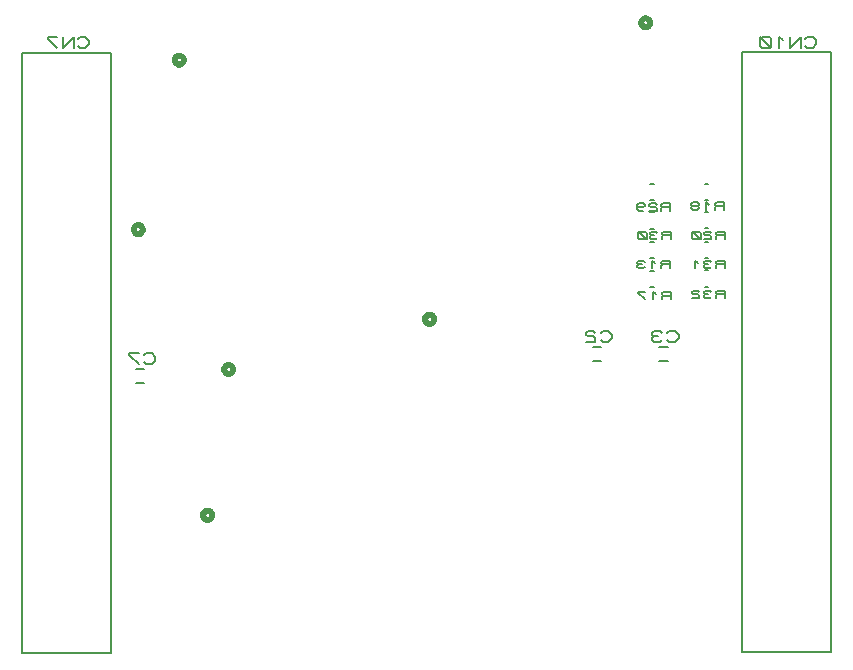
<source format=gbr>
G04 PROTEUS GERBER X2 FILE*
%TF.GenerationSoftware,Labcenter,Proteus,8.12-SP0-Build30713*%
%TF.CreationDate,2021-08-02T22:04:32+00:00*%
%TF.FileFunction,Legend,Bot*%
%TF.FilePolarity,Positive*%
%TF.Part,Single*%
%TF.SameCoordinates,{7b106f40-0859-4ec3-be3a-1bfa3638fa75}*%
%FSLAX45Y45*%
%MOMM*%
G01*
%TA.AperFunction,Material*%
%ADD30C,0.203200*%
%ADD32C,0.200000*%
%ADD34C,0.508000*%
%TD.AperFunction*%
D30*
X+6166000Y+50000D02*
X+6926000Y+50000D01*
X+6926000Y+5130000D01*
X+6166000Y+5130000D01*
X+6166000Y+50000D01*
X+6704750Y+5185880D02*
X+6720625Y+5170640D01*
X+6768250Y+5170640D01*
X+6800000Y+5201120D01*
X+6800000Y+5231600D01*
X+6768250Y+5262080D01*
X+6720625Y+5262080D01*
X+6704750Y+5246840D01*
X+6673000Y+5170640D02*
X+6673000Y+5262080D01*
X+6577750Y+5170640D01*
X+6577750Y+5262080D01*
X+6514250Y+5231600D02*
X+6482500Y+5262080D01*
X+6482500Y+5170640D01*
X+6419000Y+5185880D02*
X+6419000Y+5246840D01*
X+6403125Y+5262080D01*
X+6339625Y+5262080D01*
X+6323750Y+5246840D01*
X+6323750Y+5185880D01*
X+6339625Y+5170640D01*
X+6403125Y+5170640D01*
X+6419000Y+5185880D01*
X+6419000Y+5170640D02*
X+6323750Y+5262080D01*
D32*
X+5395000Y+3526327D02*
X+5425000Y+3526327D01*
X+5395000Y+3386327D02*
X+5425000Y+3386327D01*
D30*
X+5562400Y+3304647D02*
X+5562400Y+3365607D01*
X+5498900Y+3365607D01*
X+5486200Y+3355447D01*
X+5486200Y+3345287D01*
X+5498900Y+3335127D01*
X+5562400Y+3335127D01*
X+5498900Y+3335127D02*
X+5486200Y+3324967D01*
X+5486200Y+3304647D01*
X+5435400Y+3345287D02*
X+5410000Y+3365607D01*
X+5410000Y+3304647D01*
X+5346500Y+3355447D02*
X+5333800Y+3365607D01*
X+5295700Y+3365607D01*
X+5283000Y+3355447D01*
X+5283000Y+3345287D01*
X+5295700Y+3335127D01*
X+5283000Y+3324967D01*
X+5283000Y+3314807D01*
X+5295700Y+3304647D01*
X+5333800Y+3304647D01*
X+5346500Y+3314807D01*
X+5321100Y+3335127D02*
X+5295700Y+3335127D01*
D32*
X+5395000Y+3281327D02*
X+5425000Y+3281327D01*
X+5395000Y+3141327D02*
X+5425000Y+3141327D01*
D30*
X+5567400Y+3039647D02*
X+5567400Y+3100607D01*
X+5503900Y+3100607D01*
X+5491200Y+3090447D01*
X+5491200Y+3080287D01*
X+5503900Y+3070127D01*
X+5567400Y+3070127D01*
X+5503900Y+3070127D02*
X+5491200Y+3059967D01*
X+5491200Y+3039647D01*
X+5440400Y+3080287D02*
X+5415000Y+3100607D01*
X+5415000Y+3039647D01*
X+5351500Y+3100607D02*
X+5288000Y+3100607D01*
X+5288000Y+3090447D01*
X+5351500Y+3039647D01*
D32*
X+5395000Y+4016327D02*
X+5425000Y+4016327D01*
X+5395000Y+3876327D02*
X+5425000Y+3876327D01*
D30*
X+5562400Y+3789647D02*
X+5562400Y+3850607D01*
X+5498900Y+3850607D01*
X+5486200Y+3840447D01*
X+5486200Y+3830287D01*
X+5498900Y+3820127D01*
X+5562400Y+3820127D01*
X+5498900Y+3820127D02*
X+5486200Y+3809967D01*
X+5486200Y+3789647D01*
X+5448100Y+3840447D02*
X+5435400Y+3850607D01*
X+5397300Y+3850607D01*
X+5384600Y+3840447D01*
X+5384600Y+3830287D01*
X+5397300Y+3820127D01*
X+5435400Y+3820127D01*
X+5448100Y+3809967D01*
X+5448100Y+3789647D01*
X+5384600Y+3789647D01*
X+5283000Y+3830287D02*
X+5295700Y+3820127D01*
X+5333800Y+3820127D01*
X+5346500Y+3830287D01*
X+5346500Y+3840447D01*
X+5333800Y+3850607D01*
X+5295700Y+3850607D01*
X+5283000Y+3840447D01*
X+5283000Y+3799807D01*
X+5295700Y+3789647D01*
X+5333800Y+3789647D01*
D32*
X+5395000Y+3776327D02*
X+5425000Y+3776327D01*
X+5395000Y+3636327D02*
X+5425000Y+3636327D01*
D30*
X+5567400Y+3549647D02*
X+5567400Y+3610607D01*
X+5503900Y+3610607D01*
X+5491200Y+3600447D01*
X+5491200Y+3590287D01*
X+5503900Y+3580127D01*
X+5567400Y+3580127D01*
X+5503900Y+3580127D02*
X+5491200Y+3569967D01*
X+5491200Y+3549647D01*
X+5453100Y+3600447D02*
X+5440400Y+3610607D01*
X+5402300Y+3610607D01*
X+5389600Y+3600447D01*
X+5389600Y+3590287D01*
X+5402300Y+3580127D01*
X+5389600Y+3569967D01*
X+5389600Y+3559807D01*
X+5402300Y+3549647D01*
X+5440400Y+3549647D01*
X+5453100Y+3559807D01*
X+5427700Y+3580127D02*
X+5402300Y+3580127D01*
X+5364200Y+3559807D02*
X+5364200Y+3600447D01*
X+5351500Y+3610607D01*
X+5300700Y+3610607D01*
X+5288000Y+3600447D01*
X+5288000Y+3559807D01*
X+5300700Y+3549647D01*
X+5351500Y+3549647D01*
X+5364200Y+3559807D01*
X+5364200Y+3549647D02*
X+5288000Y+3610607D01*
D32*
X+5855000Y+4016327D02*
X+5885000Y+4016327D01*
X+5855000Y+3876327D02*
X+5885000Y+3876327D01*
D30*
X+6018792Y+3798255D02*
X+6018792Y+3859215D01*
X+5955292Y+3859215D01*
X+5942592Y+3849055D01*
X+5942592Y+3838895D01*
X+5955292Y+3828735D01*
X+6018792Y+3828735D01*
X+5955292Y+3828735D02*
X+5942592Y+3818575D01*
X+5942592Y+3798255D01*
X+5891792Y+3838895D02*
X+5866392Y+3859215D01*
X+5866392Y+3798255D01*
X+5790192Y+3828735D02*
X+5802892Y+3838895D01*
X+5802892Y+3849055D01*
X+5790192Y+3859215D01*
X+5752092Y+3859215D01*
X+5739392Y+3849055D01*
X+5739392Y+3838895D01*
X+5752092Y+3828735D01*
X+5790192Y+3828735D01*
X+5802892Y+3818575D01*
X+5802892Y+3808415D01*
X+5790192Y+3798255D01*
X+5752092Y+3798255D01*
X+5739392Y+3808415D01*
X+5739392Y+3818575D01*
X+5752092Y+3828735D01*
D32*
X+5855000Y+3781327D02*
X+5885000Y+3781327D01*
X+5855000Y+3641327D02*
X+5885000Y+3641327D01*
D30*
X+6022400Y+3549647D02*
X+6022400Y+3610607D01*
X+5958900Y+3610607D01*
X+5946200Y+3600447D01*
X+5946200Y+3590287D01*
X+5958900Y+3580127D01*
X+6022400Y+3580127D01*
X+5958900Y+3580127D02*
X+5946200Y+3569967D01*
X+5946200Y+3549647D01*
X+5908100Y+3600447D02*
X+5895400Y+3610607D01*
X+5857300Y+3610607D01*
X+5844600Y+3600447D01*
X+5844600Y+3590287D01*
X+5857300Y+3580127D01*
X+5895400Y+3580127D01*
X+5908100Y+3569967D01*
X+5908100Y+3549647D01*
X+5844600Y+3549647D01*
X+5819200Y+3559807D02*
X+5819200Y+3600447D01*
X+5806500Y+3610607D01*
X+5755700Y+3610607D01*
X+5743000Y+3600447D01*
X+5743000Y+3559807D01*
X+5755700Y+3549647D01*
X+5806500Y+3549647D01*
X+5819200Y+3559807D01*
X+5819200Y+3549647D02*
X+5743000Y+3610607D01*
D32*
X+5855000Y+3526327D02*
X+5885000Y+3526327D01*
X+5855000Y+3386327D02*
X+5885000Y+3386327D01*
D30*
X+6022400Y+3304647D02*
X+6022400Y+3365607D01*
X+5958900Y+3365607D01*
X+5946200Y+3355447D01*
X+5946200Y+3345287D01*
X+5958900Y+3335127D01*
X+6022400Y+3335127D01*
X+5958900Y+3335127D02*
X+5946200Y+3324967D01*
X+5946200Y+3304647D01*
X+5908100Y+3355447D02*
X+5895400Y+3365607D01*
X+5857300Y+3365607D01*
X+5844600Y+3355447D01*
X+5844600Y+3345287D01*
X+5857300Y+3335127D01*
X+5844600Y+3324967D01*
X+5844600Y+3314807D01*
X+5857300Y+3304647D01*
X+5895400Y+3304647D01*
X+5908100Y+3314807D01*
X+5882700Y+3335127D02*
X+5857300Y+3335127D01*
X+5793800Y+3345287D02*
X+5768400Y+3365607D01*
X+5768400Y+3304647D01*
D32*
X+5855000Y+3286327D02*
X+5885000Y+3286327D01*
X+5855000Y+3146327D02*
X+5885000Y+3146327D01*
D30*
X+6022400Y+3049647D02*
X+6022400Y+3110607D01*
X+5958900Y+3110607D01*
X+5946200Y+3100447D01*
X+5946200Y+3090287D01*
X+5958900Y+3080127D01*
X+6022400Y+3080127D01*
X+5958900Y+3080127D02*
X+5946200Y+3069967D01*
X+5946200Y+3049647D01*
X+5908100Y+3100447D02*
X+5895400Y+3110607D01*
X+5857300Y+3110607D01*
X+5844600Y+3100447D01*
X+5844600Y+3090287D01*
X+5857300Y+3080127D01*
X+5844600Y+3069967D01*
X+5844600Y+3059807D01*
X+5857300Y+3049647D01*
X+5895400Y+3049647D01*
X+5908100Y+3059807D01*
X+5882700Y+3080127D02*
X+5857300Y+3080127D01*
X+5806500Y+3100447D02*
X+5793800Y+3110607D01*
X+5755700Y+3110607D01*
X+5743000Y+3100447D01*
X+5743000Y+3090287D01*
X+5755700Y+3080127D01*
X+5793800Y+3080127D01*
X+5806500Y+3069967D01*
X+5806500Y+3049647D01*
X+5743000Y+3049647D01*
D34*
X+1443100Y+5064500D02*
X+1442969Y+5067658D01*
X+1441903Y+5073976D01*
X+1439672Y+5080294D01*
X+1436027Y+5086612D01*
X+1430452Y+5092851D01*
X+1424134Y+5097447D01*
X+1417816Y+5100380D01*
X+1411498Y+5102042D01*
X+1405180Y+5102600D01*
X+1405000Y+5102600D01*
X+1366900Y+5064500D02*
X+1367031Y+5067658D01*
X+1368097Y+5073976D01*
X+1370328Y+5080294D01*
X+1373973Y+5086612D01*
X+1379548Y+5092851D01*
X+1385866Y+5097447D01*
X+1392184Y+5100380D01*
X+1398502Y+5102042D01*
X+1404820Y+5102600D01*
X+1405000Y+5102600D01*
X+1366900Y+5064500D02*
X+1367031Y+5061342D01*
X+1368097Y+5055024D01*
X+1370328Y+5048706D01*
X+1373973Y+5042388D01*
X+1379548Y+5036149D01*
X+1385866Y+5031553D01*
X+1392184Y+5028620D01*
X+1398502Y+5026958D01*
X+1404820Y+5026400D01*
X+1405000Y+5026400D01*
X+1443100Y+5064500D02*
X+1442969Y+5061342D01*
X+1441903Y+5055024D01*
X+1439672Y+5048706D01*
X+1436027Y+5042388D01*
X+1430452Y+5036149D01*
X+1424134Y+5031553D01*
X+1417816Y+5028620D01*
X+1411498Y+5026958D01*
X+1405180Y+5026400D01*
X+1405000Y+5026400D01*
D30*
X+4976340Y+2638420D02*
X+4907760Y+2638420D01*
X+4976340Y+2516500D02*
X+4905220Y+2516500D01*
X+4975070Y+2694300D02*
X+4990945Y+2679060D01*
X+5038570Y+2679060D01*
X+5070320Y+2709540D01*
X+5070320Y+2740020D01*
X+5038570Y+2770500D01*
X+4990945Y+2770500D01*
X+4975070Y+2755260D01*
X+4927445Y+2755260D02*
X+4911570Y+2770500D01*
X+4863945Y+2770500D01*
X+4848070Y+2755260D01*
X+4848070Y+2740020D01*
X+4863945Y+2724780D01*
X+4911570Y+2724780D01*
X+4927445Y+2709540D01*
X+4927445Y+2679060D01*
X+4848070Y+2679060D01*
X+5539700Y+2638420D02*
X+5471120Y+2638420D01*
X+5539700Y+2516500D02*
X+5468580Y+2516500D01*
X+5538430Y+2694300D02*
X+5554305Y+2679060D01*
X+5601930Y+2679060D01*
X+5633680Y+2709540D01*
X+5633680Y+2740020D01*
X+5601930Y+2770500D01*
X+5554305Y+2770500D01*
X+5538430Y+2755260D01*
X+5490805Y+2755260D02*
X+5474930Y+2770500D01*
X+5427305Y+2770500D01*
X+5411430Y+2755260D01*
X+5411430Y+2740020D01*
X+5427305Y+2724780D01*
X+5411430Y+2709540D01*
X+5411430Y+2694300D01*
X+5427305Y+2679060D01*
X+5474930Y+2679060D01*
X+5490805Y+2694300D01*
X+5459055Y+2724780D02*
X+5427305Y+2724780D01*
X+1109700Y+2448420D02*
X+1041120Y+2448420D01*
X+1109700Y+2326500D02*
X+1038580Y+2326500D01*
X+1108430Y+2504300D02*
X+1124305Y+2489060D01*
X+1171930Y+2489060D01*
X+1203680Y+2519540D01*
X+1203680Y+2550020D01*
X+1171930Y+2580500D01*
X+1124305Y+2580500D01*
X+1108430Y+2565260D01*
X+1060805Y+2580500D02*
X+981430Y+2580500D01*
X+981430Y+2565260D01*
X+1060805Y+2489060D01*
D34*
X+1096656Y+3629056D02*
X+1096525Y+3632214D01*
X+1095459Y+3638532D01*
X+1093228Y+3644850D01*
X+1089583Y+3651168D01*
X+1084008Y+3657407D01*
X+1077690Y+3662003D01*
X+1071372Y+3664936D01*
X+1065054Y+3666598D01*
X+1058736Y+3667156D01*
X+1058556Y+3667156D01*
X+1020456Y+3629056D02*
X+1020587Y+3632214D01*
X+1021653Y+3638532D01*
X+1023884Y+3644850D01*
X+1027529Y+3651168D01*
X+1033104Y+3657407D01*
X+1039422Y+3662003D01*
X+1045740Y+3664936D01*
X+1052058Y+3666598D01*
X+1058376Y+3667156D01*
X+1058556Y+3667156D01*
X+1020456Y+3629056D02*
X+1020587Y+3625898D01*
X+1021653Y+3619580D01*
X+1023884Y+3613262D01*
X+1027529Y+3606944D01*
X+1033104Y+3600705D01*
X+1039422Y+3596109D01*
X+1045740Y+3593176D01*
X+1052058Y+3591514D01*
X+1058376Y+3590956D01*
X+1058556Y+3590956D01*
X+1096656Y+3629056D02*
X+1096525Y+3625898D01*
X+1095459Y+3619580D01*
X+1093228Y+3613262D01*
X+1089583Y+3606944D01*
X+1084008Y+3600705D01*
X+1077690Y+3596109D01*
X+1071372Y+3593176D01*
X+1065054Y+3591514D01*
X+1058736Y+3590956D01*
X+1058556Y+3590956D01*
D30*
X+70000Y+46000D02*
X+830000Y+46000D01*
X+830000Y+5126000D01*
X+70000Y+5126000D01*
X+70000Y+46000D01*
X+545250Y+5181880D02*
X+561125Y+5166640D01*
X+608750Y+5166640D01*
X+640500Y+5197120D01*
X+640500Y+5227600D01*
X+608750Y+5258080D01*
X+561125Y+5258080D01*
X+545250Y+5242840D01*
X+513500Y+5166640D02*
X+513500Y+5258080D01*
X+418250Y+5166640D01*
X+418250Y+5258080D01*
X+370625Y+5258080D02*
X+291250Y+5258080D01*
X+291250Y+5242840D01*
X+370625Y+5166640D01*
D34*
X+1683600Y+1210000D02*
X+1683469Y+1213158D01*
X+1682403Y+1219476D01*
X+1680172Y+1225794D01*
X+1676527Y+1232112D01*
X+1670952Y+1238351D01*
X+1664634Y+1242947D01*
X+1658316Y+1245880D01*
X+1651998Y+1247542D01*
X+1645680Y+1248100D01*
X+1645500Y+1248100D01*
X+1607400Y+1210000D02*
X+1607531Y+1213158D01*
X+1608597Y+1219476D01*
X+1610828Y+1225794D01*
X+1614473Y+1232112D01*
X+1620048Y+1238351D01*
X+1626366Y+1242947D01*
X+1632684Y+1245880D01*
X+1639002Y+1247542D01*
X+1645320Y+1248100D01*
X+1645500Y+1248100D01*
X+1607400Y+1210000D02*
X+1607531Y+1206842D01*
X+1608597Y+1200524D01*
X+1610828Y+1194206D01*
X+1614473Y+1187888D01*
X+1620048Y+1181649D01*
X+1626366Y+1177053D01*
X+1632684Y+1174120D01*
X+1639002Y+1172458D01*
X+1645320Y+1171900D01*
X+1645500Y+1171900D01*
X+1683600Y+1210000D02*
X+1683469Y+1206842D01*
X+1682403Y+1200524D01*
X+1680172Y+1194206D01*
X+1676527Y+1187888D01*
X+1670952Y+1181649D01*
X+1664634Y+1177053D01*
X+1658316Y+1174120D01*
X+1651998Y+1172458D01*
X+1645680Y+1171900D01*
X+1645500Y+1171900D01*
X+5393100Y+5379500D02*
X+5392969Y+5382658D01*
X+5391903Y+5388976D01*
X+5389672Y+5395294D01*
X+5386027Y+5401612D01*
X+5380452Y+5407851D01*
X+5374134Y+5412447D01*
X+5367816Y+5415380D01*
X+5361498Y+5417042D01*
X+5355180Y+5417600D01*
X+5355000Y+5417600D01*
X+5316900Y+5379500D02*
X+5317031Y+5382658D01*
X+5318097Y+5388976D01*
X+5320328Y+5395294D01*
X+5323973Y+5401612D01*
X+5329548Y+5407851D01*
X+5335866Y+5412447D01*
X+5342184Y+5415380D01*
X+5348502Y+5417042D01*
X+5354820Y+5417600D01*
X+5355000Y+5417600D01*
X+5316900Y+5379500D02*
X+5317031Y+5376342D01*
X+5318097Y+5370024D01*
X+5320328Y+5363706D01*
X+5323973Y+5357388D01*
X+5329548Y+5351149D01*
X+5335866Y+5346553D01*
X+5342184Y+5343620D01*
X+5348502Y+5341958D01*
X+5354820Y+5341400D01*
X+5355000Y+5341400D01*
X+5393100Y+5379500D02*
X+5392969Y+5376342D01*
X+5391903Y+5370024D01*
X+5389672Y+5363706D01*
X+5386027Y+5357388D01*
X+5380452Y+5351149D01*
X+5374134Y+5346553D01*
X+5367816Y+5343620D01*
X+5361498Y+5341958D01*
X+5355180Y+5341400D01*
X+5355000Y+5341400D01*
X+1862600Y+2445000D02*
X+1862469Y+2448158D01*
X+1861403Y+2454476D01*
X+1859172Y+2460794D01*
X+1855527Y+2467112D01*
X+1849952Y+2473351D01*
X+1843634Y+2477947D01*
X+1837316Y+2480880D01*
X+1830998Y+2482542D01*
X+1824680Y+2483100D01*
X+1824500Y+2483100D01*
X+1786400Y+2445000D02*
X+1786531Y+2448158D01*
X+1787597Y+2454476D01*
X+1789828Y+2460794D01*
X+1793473Y+2467112D01*
X+1799048Y+2473351D01*
X+1805366Y+2477947D01*
X+1811684Y+2480880D01*
X+1818002Y+2482542D01*
X+1824320Y+2483100D01*
X+1824500Y+2483100D01*
X+1786400Y+2445000D02*
X+1786531Y+2441842D01*
X+1787597Y+2435524D01*
X+1789828Y+2429206D01*
X+1793473Y+2422888D01*
X+1799048Y+2416649D01*
X+1805366Y+2412053D01*
X+1811684Y+2409120D01*
X+1818002Y+2407458D01*
X+1824320Y+2406900D01*
X+1824500Y+2406900D01*
X+1862600Y+2445000D02*
X+1862469Y+2441842D01*
X+1861403Y+2435524D01*
X+1859172Y+2429206D01*
X+1855527Y+2422888D01*
X+1849952Y+2416649D01*
X+1843634Y+2412053D01*
X+1837316Y+2409120D01*
X+1830998Y+2407458D01*
X+1824680Y+2406900D01*
X+1824500Y+2406900D01*
X+3563100Y+2869500D02*
X+3562969Y+2872658D01*
X+3561903Y+2878976D01*
X+3559672Y+2885294D01*
X+3556027Y+2891612D01*
X+3550452Y+2897851D01*
X+3544134Y+2902447D01*
X+3537816Y+2905380D01*
X+3531498Y+2907042D01*
X+3525180Y+2907600D01*
X+3525000Y+2907600D01*
X+3486900Y+2869500D02*
X+3487031Y+2872658D01*
X+3488097Y+2878976D01*
X+3490328Y+2885294D01*
X+3493973Y+2891612D01*
X+3499548Y+2897851D01*
X+3505866Y+2902447D01*
X+3512184Y+2905380D01*
X+3518502Y+2907042D01*
X+3524820Y+2907600D01*
X+3525000Y+2907600D01*
X+3486900Y+2869500D02*
X+3487031Y+2866342D01*
X+3488097Y+2860024D01*
X+3490328Y+2853706D01*
X+3493973Y+2847388D01*
X+3499548Y+2841149D01*
X+3505866Y+2836553D01*
X+3512184Y+2833620D01*
X+3518502Y+2831958D01*
X+3524820Y+2831400D01*
X+3525000Y+2831400D01*
X+3563100Y+2869500D02*
X+3562969Y+2866342D01*
X+3561903Y+2860024D01*
X+3559672Y+2853706D01*
X+3556027Y+2847388D01*
X+3550452Y+2841149D01*
X+3544134Y+2836553D01*
X+3537816Y+2833620D01*
X+3531498Y+2831958D01*
X+3525180Y+2831400D01*
X+3525000Y+2831400D01*
M02*

</source>
